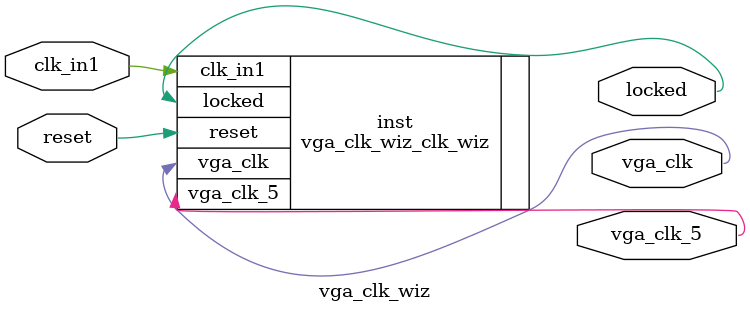
<source format=v>


`timescale 1ps/1ps

(* CORE_GENERATION_INFO = "vga_clk_wiz,clk_wiz_v6_0_11_0_0,{component_name=vga_clk_wiz,use_phase_alignment=true,use_min_o_jitter=false,use_max_i_jitter=false,use_dyn_phase_shift=false,use_inclk_switchover=false,use_dyn_reconfig=false,enable_axi=0,feedback_source=FDBK_AUTO,PRIMITIVE=MMCM,num_out_clk=2,clkin1_period=10.000,clkin2_period=10.000,use_power_down=false,use_reset=true,use_locked=true,use_inclk_stopped=false,feedback_type=SINGLE,CLOCK_MGR_TYPE=NA,manual_override=false}" *)

module vga_clk_wiz 
 (
  // Clock out ports
  output        vga_clk,
  output        vga_clk_5,
  // Status and control signals
  input         reset,
  output        locked,
 // Clock in ports
  input         clk_in1
 );

  vga_clk_wiz_clk_wiz inst
  (
  // Clock out ports  
  .vga_clk(vga_clk),
  .vga_clk_5(vga_clk_5),
  // Status and control signals               
  .reset(reset), 
  .locked(locked),
 // Clock in ports
  .clk_in1(clk_in1)
  );

endmodule

</source>
